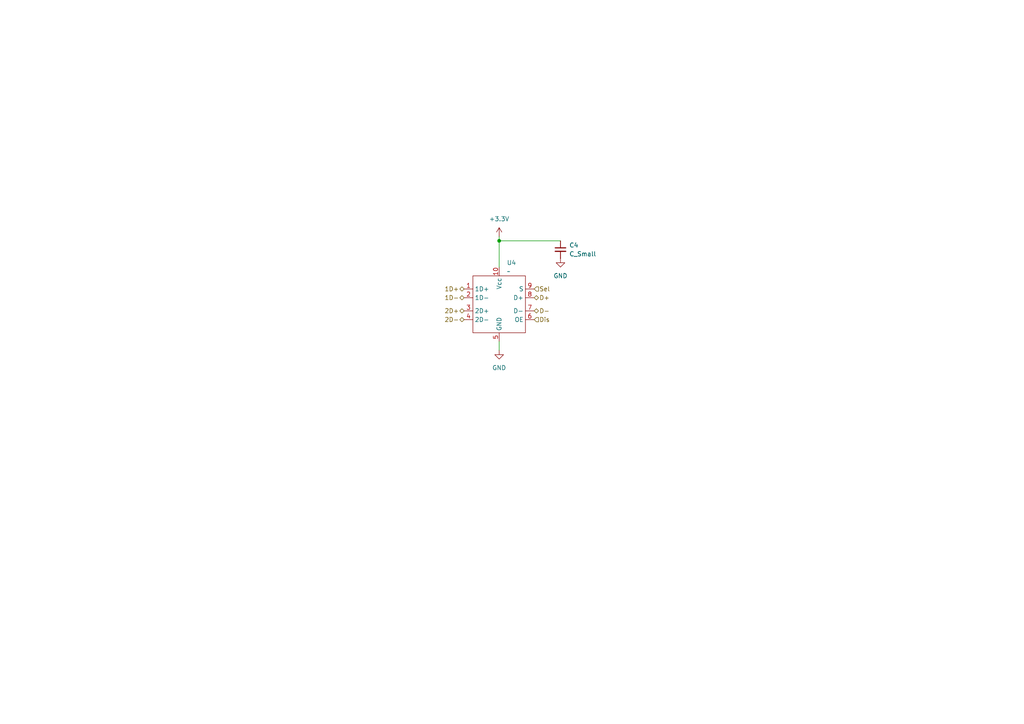
<source format=kicad_sch>
(kicad_sch (version 20231120) (generator "eeschema") (generator_version "8.0")
  (paper "A4")
  (lib_symbols
    (symbol "Device:C_Small" (pin_numbers hide) (pin_names (offset 0.254) hide)
      (property "Reference" "C" (at 0.254 1.778 0))
      (property "Value" "C_Small" (at 0.254 -2.032 0))
      (symbol "C_Small_0_1"
        (polyline (pts (xy -1.524 -0.508) (xy 1.524 -0.508)) (stroke (width 0.3302)))
        (polyline (pts (xy -1.524 0.508) (xy 1.524 0.508)) (stroke (width 0.3048)))
      )
      (symbol "C_Small_1_1"
        (pin passive line (at 0 2.54 270) (length 2.032) (name "~") (number "1"))
        (pin passive line (at 0 -2.54 90) (length 2.032) (name "~") (number "2"))
      )
    )
    (symbol "TS3USB221A:TS3USB221A-Alt"
      (property "Reference" "U" (at 4.826 6.35 0))
      (symbol "TS3USB221A-Alt_0_1"
        (rectangle (start -7.62 1.27) (end 7.62 -15.24))
      )
      (symbol "TS3USB221A-Alt_1_1"
        (pin bidirectional line (at -10.16 -2.54 0) (length 2.54) (name "1D+") (number "1"))
        (pin power_in line (at 0 3.81 270) (length 2.54) (name "Vcc") (number "10"))
        (pin bidirectional line (at -10.16 -5.08 0) (length 2.54) (name "1D-") (number "2"))
        (pin bidirectional line (at -10.16 -8.89 0) (length 2.54) (name "2D+") (number "3"))
        (pin bidirectional line (at -10.16 -11.43 0) (length 2.54) (name "2D-") (number "4"))
        (pin power_out line (at 0 -17.78 90) (length 2.54) (name "GND") (number "5"))
        (pin bidirectional line (at 10.16 -11.43 180) (length 2.54) (name "OE") (number "6"))
        (pin bidirectional line (at 10.16 -8.89 180) (length 2.54) (name "D-") (number "7"))
        (pin bidirectional line (at 10.16 -5.08 180) (length 2.54) (name "D+") (number "8"))
        (pin bidirectional line (at 10.16 -2.54 180) (length 2.54) (name "S") (number "9"))
      )
    )
    (symbol "power:+3.3V" (power) (pin_numbers hide) (pin_names (offset 0) hide)
      (property "Value" "+3.3V" (at 0 3.556 0))
      (symbol "+3.3V_0_1"
        (polyline (pts (xy -0.762 1.27) (xy 0 2.54)))
        (polyline (pts (xy 0 0) (xy 0 2.54)))
        (polyline (pts (xy 0 2.54) (xy 0.762 1.27)))
      )
      (symbol "+3.3V_1_1"
        (pin power_in line (at 0 0 90) (length 0) (name "~") (number "1"))
      )
    )
    (symbol "power:GND" (power) (pin_numbers hide) (pin_names (offset 0) hide)
      (property "Value" "GND" (at 0 -3.81 0))
      (symbol "GND_0_1"
        (polyline (pts (xy 0 0) (xy 0 -1.27) (xy 1.27 -1.27) (xy 0 -2.54) (xy -1.27 -1.27) (xy 0 -1.27)))
      )
      (symbol "GND_1_1"
        (pin power_in line (at 0 0 270) (length 0) (name "~") (number "1"))
      )
    )
  )
  (junction (at 144.78 69.85))
  (wire (pts (xy 144.78 69.85) (xy 162.56 69.85)))
  (wire (pts (xy 144.78 69.85) (xy 144.78 77.47)))
  (wire (pts (xy 144.78 68.58) (xy 144.78 69.85)))
  (wire (pts (xy 144.78 101.6) (xy 144.78 99.06)))
  (hierarchical_label "Sel" (shape input) (at 154.94 83.82 0))
  (hierarchical_label "2D-" (shape bidirectional) (at 134.62 92.71 180))
  (hierarchical_label "2D+" (shape bidirectional) (at 134.62 90.17 180))
  (hierarchical_label "D-" (shape bidirectional) (at 154.94 90.17 0))
  (hierarchical_label "1D+" (shape bidirectional) (at 134.62 83.82 180))
  (hierarchical_label "1D-" (shape bidirectional) (at 134.62 86.36 180))
  (hierarchical_label "Dis" (shape input) (at 154.94 92.71 0))
  (hierarchical_label "D+" (shape bidirectional) (at 154.94 86.36 0))
  (symbol (lib_id "power:GND") (at 162.56 74.93 0) (unit 1)
    (property "Reference" "#PWR0109" (effects (hide yes)))
    (property "Value" "GND" (at 162.56 80.01 0))
    (property "Description" "Power symbol creates a global label with name \"GND\" , ground" (effects (hide yes)))
  )
  (symbol (lib_id "power:GND") (at 144.78 101.6 0) (unit 1)
    (property "Reference" "#PWR0110" (effects (hide yes)))
    (property "Value" "GND" (at 144.78 106.68 0))
    (property "Description" "Power symbol creates a global label with name \"GND\" , ground" (effects (hide yes)))
  )
  (symbol (lib_id "power:+3.3V") (at 144.78 68.58 0) (unit 1)
    (property "Reference" "#PWR0108" (effects (hide yes)))
    (property "Value" "+3.3V" (at 144.78 63.5 0))
    (property "Description" "Power symbol creates a global label with name \"+3.3V\"" (effects (hide yes)))
  )
  (symbol (lib_id "Device:C_Small") (at 162.56 72.39 0) (unit 1)
    (property "Reference" "C4" (at 165.1 71.1262 0) (effects (justify left)))
    (property "Value" "C_Small" (at 165.1 73.6662 0) (effects (justify left)))
    (property "Description" "Unpolarized capacitor, small symbol" (effects (hide yes)))
  )
  (symbol (lib_id "TS3USB221A:TS3USB221A-Alt") (at 144.78 81.28 0) (unit 1)
    (property "Reference" "U4" (at 146.9741 76.2 0) (effects (justify left)))
    (property "Value" "~" (at 146.9741 78.74 0) (effects (justify left)))
    (property "Footprint" "TS3USB221A:QFN-10-RSE" (effects (hide yes)))
  )
)
</source>
